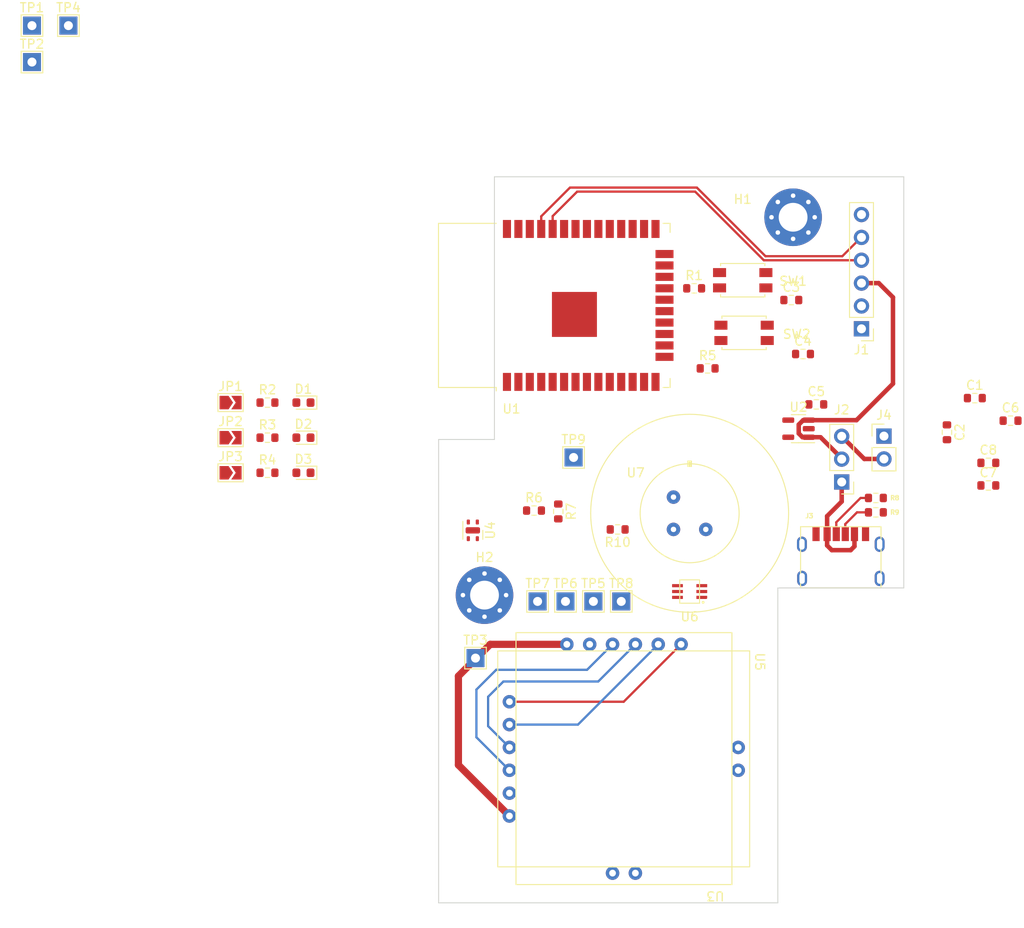
<source format=kicad_pcb>
(kicad_pcb (version 20211014) (generator pcbnew)
  (layers (0 "F.Cu" signal) (31 "B.Cu" signal) (34 "B.Paste" user) (35 "F.Paste" user) (36 "B.SilkS" user "B.Silkscreen") (37 "F.SilkS" user "F.Silkscreen") (38 "B.Mask" user) (39 "F.Mask" user) (44 "Edge.Cuts" user))
  (net 0 "")
  (net 1 "+3.3V")
  (net 2 "GND")
  (net 3 "Net-(C3-Pad1)")
  (net 4 "Net-(C4-Pad1)")
  (net 5 "+5V")
  (net 6 "Net-(D1-Pad2)")
  (net 7 "Net-(D2-Pad2)")
  (net 8 "Net-(D3-Pad2)")
  (net 10 "Net-(J1-Pad4)")
  (net 11 "Net-(J1-Pad5)")
  (net 13 "MOTION")
  (net 14 "SDA")
  (net 15 "SCL")
  (net 16 "Net-(J2-Pad1)")
  (net 17 "LED_BUILTIN")
  (net 18 "Net-(J2-Pad3)")
  (net 28 "Net-(J3-PadA5)")
  (net 30 "Net-(J3-PadB5)")
  (net 37 "Net-(JP1-Pad2)")
  (net 39 "Net-(JP2-Pad2)")
  (net 46 "RADAR_TX")
  (net 47 "RADAR_RX")
  (net 48 "Net-(JP3-Pad2)")
  (net 49 "PRESENCE")
  (net 50 "RADAR_GPIO1")
  (footprint "My Footprints:ODFN-6" (layer "F.Cu") (at 230 105.4 180)
    (fp_text reference "U6" (at 0 -2.8 unlocked) (layer "F.SilkS"))
    (fp_text value "TSL2591")
    (fp_rect (start -1.1 -1.3) (end 1.1 1.3) (layer "F.SilkS") (width 0.12) (fill none))
    (fp_circle (center -1.5 -1.2) (end -1.4 -1.2) (layer "F.SilkS") (width 0.12) (fill solid))
    (pad "1" smd roundrect (at -1.35 -0.65 180) (size 1.2 0.35) (layers "F.Cu" "F.Paste" "F.Mask") (roundrect_rratio 0) (chamfer_ratio 0.2) (chamfer top_left) (net 15 "SCL"))
    (pad "2" smd rect (at -1.35 0 180) (size 1.2 0.35) (layers "F.Cu" "F.Paste" "F.Mask"))
    (pad "3" smd rect (at -1.35 0.65 180) (size 1.2 0.35) (layers "F.Cu" "F.Paste" "F.Mask") (net 2 "GND"))
    (pad "4" smd rect (at 1.35 0.65 180) (size 1.2 0.35) (layers "F.Cu" "F.Paste" "F.Mask"))
    (pad "5" smd rect (at 1.35 0 180) (size 1.2 0.35) (layers "F.Cu" "F.Paste" "F.Mask") (net 1 "+3.3V"))
    (pad "6" smd rect (at 1.35 -0.65 180) (size 1.2 0.35) (layers "F.Cu" "F.Paste" "F.Mask") (net 14 "SDA"))
  )
  (footprint "Resistor_SMD:R_0603_1608Metric" (layer "F.Cu") (at 212.7 96.4)
    (fp_text reference "R6" (at 0 -1.43) (layer "F.SilkS"))
    (fp_text value "2k2")
    (fp_line (start -0.237258 0.5225) (end 0.237258 0.5225) (layer "F.SilkS") (width 0.12))
    (fp_line (start -0.237258 -0.5225) (end 0.237258 -0.5225) (layer "F.SilkS") (width 0.12))
    (pad "1" smd roundrect (at -0.825 0) (size 0.8 0.95) (layers "F.Cu" "F.Paste" "F.Mask") (net 1 "+3.3V"))
    (pad "2" smd roundrect (at 0.825 0) (size 0.8 0.95) (layers "F.Cu" "F.Paste" "F.Mask") (net 14 "SDA"))
  )
  (footprint "Resistor_SMD:R_0603_1608Metric" (layer "F.Cu") (at 263.2 93.61)
    (fp_text reference "C7" (at 0 -1.43) (layer "F.SilkS"))
    (fp_text value "1u")
    (fp_line (start -0.237258 0.5225) (end 0.237258 0.5225) (layer "F.SilkS") (width 0.12))
    (fp_line (start -0.237258 -0.5225) (end 0.237258 -0.5225) (layer "F.SilkS") (width 0.12))
    (pad "1" smd roundrect (at -0.825 0) (size 0.8 0.95) (layers "F.Cu" "F.Paste" "F.Mask") (net 1 "+3.3V"))
    (pad "2" smd roundrect (at 0.825 0) (size 0.8 0.95) (layers "F.Cu" "F.Paste" "F.Mask") (net 2 "GND"))
  )
  (footprint "My Footprints:SEN0395" (layer "F.Cu") (at 222.7 124 180)
    (fp_text reference "U3" (at -10.16 -15.24 180 unlocked) (layer "F.SilkS"))
    (fp_text value "SEN0395")
    (fp_rect (start -12 -13.97) (end 12 14.03) (layer "F.SilkS") (width 0.12) (fill none))
    (pad "1" thru_hole circle (at -6.35 12.73 180) (size 1.5 1.5) (drill 0.75) (layers *.Cu *.Mask) (net 46 "RADAR_TX"))
    (pad "2" thru_hole circle (at -3.81 12.73 180) (size 1.5 1.5) (drill 0.75) (layers *.Cu *.Mask) (net 47 "RADAR_RX"))
    (pad "3" thru_hole circle (at -1.27 12.73 180) (size 1.5 1.5) (drill 0.75) (layers *.Cu *.Mask) (net 50 "RADAR_GPIO1"))
    (pad "4" thru_hole circle (at 1.27 12.73 180) (size 1.5 1.5) (drill 0.75) (layers *.Cu *.Mask) (net 49 "PRESENCE"))
    (pad "5" thru_hole circle (at 3.81 12.73 180) (size 1.5 1.5) (drill 0.75) (layers *.Cu *.Mask) (net 2 "GND"))
    (pad "6" thru_hole circle (at 6.35 12.73 180) (size 1.5 1.5) (drill 0.75) (layers *.Cu *.Mask) (net 5 "+5V"))
    (pad "7" thru_hole circle (at 1.27 -12.7 180) (size 1.5 1.5) (drill 0.75) (layers *.Cu *.Mask))
    (pad "8" thru_hole circle (at -1.27 -12.7 180) (size 1.5 1.5) (drill 0.75) (layers *.Cu *.Mask))
  )
  (footprint "Connector_PinHeader_2.54mm:PinHeader_1x03_P2.54mm_Vertical" (layer "F.Cu") (at 246.9 93.225 180)
    (fp_text reference "J2" (at 0 8.025) (layer "F.SilkS"))
    (fp_text value "Conn_01x03")
    (fp_line (start -1.33 0) (end -1.33 -1.33) (layer "F.SilkS") (width 0.12))
    (fp_line (start -1.33 1.27) (end 1.33 1.27) (layer "F.SilkS") (width 0.12))
    (fp_line (start -1.33 1.27) (end -1.33 6.41) (layer "F.SilkS") (width 0.12))
    (fp_line (start -1.33 -1.33) (end 0 -1.33) (layer "F.SilkS") (width 0.12))
    (fp_line (start 1.33 1.27) (end 1.33 6.41) (layer "F.SilkS") (width 0.12))
    (fp_line (start -1.33 6.41) (end 1.33 6.41) (layer "F.SilkS") (width 0.12))
    (pad "1" thru_hole rect (at 0 0 180) (size 1.7 1.7) (drill 1) (layers *.Cu *.Mask) (net 16 "Net-(J2-Pad1)"))
    (pad "2" thru_hole oval (at 0 2.54 180) (size 1.7 1.7) (drill 1) (layers *.Cu *.Mask) (net 5 "+5V"))
    (pad "3" thru_hole oval (at 0 5.08 180) (size 1.7 1.7) (drill 1) (layers *.Cu *.Mask) (net 18 "Net-(J2-Pad3)"))
  )
  (footprint "Button_Switch_SMD:SW_SPST_EVQP2" (layer "F.Cu") (at 236.05 76.65 180)
    (fp_text reference "SW2" (at -5.85 -0.15) (layer "F.SilkS"))
    (fp_text value "SW_Push")
    (fp_line (start -2.46 -1.86) (end -2.46 -1.61) (layer "F.SilkS") (width 0.12))
    (fp_line (start -2.46 1.61) (end -2.46 1.86) (layer "F.SilkS") (width 0.12))
    (fp_line (start 2.46 -1.86) (end 2.46 -1.61) (layer "F.SilkS") (width 0.12))
    (fp_line (start 2.46 -1.86) (end -2.46 -1.86) (layer "F.SilkS") (width 0.12))
    (fp_line (start -2.46 1.86) (end 2.46 1.86) (layer "F.SilkS") (width 0.12))
    (fp_line (start 2.46 1.61) (end 2.46 1.86) (layer "F.SilkS") (width 0.12))
    (pad "1" smd rect (at -2.575 -0.85 180) (size 1.45 1) (layers "F.Cu" "F.Paste" "F.Mask") (net 4 "Net-(C4-Pad1)"))
    (pad "1" smd rect (at 2.575 -0.85 180) (size 1.45 1) (layers "F.Cu" "F.Paste" "F.Mask") (net 4 "Net-(C4-Pad1)"))
    (pad "2" smd rect (at 2.575 0.85 180) (size 1.45 1) (layers "F.Cu" "F.Paste" "F.Mask") (net 2 "GND"))
    (pad "2" smd rect (at -2.575 0.85 180) (size 1.45 1) (layers "F.Cu" "F.Paste" "F.Mask") (net 2 "GND"))
  )
  (footprint "TestPoint:TestPoint_THTPad_2.0x2.0mm_Drill1.0mm" (layer "F.Cu") (at 206.2 112.8)
    (fp_text reference "TP3" (at 0 -1.998) (layer "F.SilkS"))
    (fp_text value "TestPoint")
    (fp_line (start 1.2 -1.2) (end 1.2 1.2) (layer "F.SilkS") (width 0.12))
    (fp_line (start 1.2 1.2) (end -1.2 1.2) (layer "F.SilkS") (width 0.12))
    (fp_line (start -1.2 -1.2) (end 1.2 -1.2) (layer "F.SilkS") (width 0.12))
    (fp_line (start -1.2 1.2) (end -1.2 -1.2) (layer "F.SilkS") (width 0.12))
    (pad "1" thru_hole rect (at 0 0) (size 2 2) (drill 1) (layers *.Cu *.Mask) (net 5 "+5V"))
  )
  (footprint "Resistor_SMD:R_0603_1608Metric" (layer "F.Cu") (at 183.075 84.4)
    (fp_text reference "R2" (at 0 -1.43) (layer "F.SilkS"))
    (fp_text value "10k")
    (fp_line (start -0.237258 0.5225) (end 0.237258 0.5225) (layer "F.SilkS") (width 0.12))
    (fp_line (start -0.237258 -0.5225) (end 0.237258 -0.5225) (layer "F.SilkS") (width 0.12))
    (pad "1" smd roundrect (at -0.825 0) (size 0.8 0.95) (layers "F.Cu" "F.Paste" "F.Mask") (net 37 "Net-(JP1-Pad2)"))
    (pad "2" smd roundrect (at 0.825 0) (size 0.8 0.95) (layers "F.Cu" "F.Paste" "F.Mask") (net 6 "Net-(D1-Pad2)"))
  )
  (footprint "Resistor_SMD:R_0603_1608Metric" (layer "F.Cu") (at 263.2 91.1)
    (fp_text reference "C8" (at 0 -1.43) (layer "F.SilkS"))
    (fp_text value "1u")
    (fp_line (start -0.237258 0.5225) (end 0.237258 0.5225) (layer "F.SilkS") (width 0.12))
    (fp_line (start -0.237258 -0.5225) (end 0.237258 -0.5225) (layer "F.SilkS") (width 0.12))
    (pad "1" smd roundrect (at -0.825 0) (size 0.8 0.95) (layers "F.Cu" "F.Paste" "F.Mask") (net 1 "+3.3V"))
    (pad "2" smd roundrect (at 0.825 0) (size 0.8 0.95) (layers "F.Cu" "F.Paste" "F.Mask") (net 2 "GND"))
  )
  (footprint "Jumper:SolderJumper-2_P1.3mm_Open_TrianglePad1.0x1.5mm" (layer "F.Cu") (at 178.975 88.3)
    (fp_text reference "JP2" (at 0 -1.8) (layer "F.SilkS"))
    (fp_text value "OpenJumper")
    (fp_line (start 1.4 -1) (end 1.4 1) (layer "F.SilkS") (width 0.12))
    (fp_line (start -1.4 1) (end -1.4 -1) (layer "F.SilkS") (width 0.12))
    (fp_line (start -1.4 -1) (end 1.4 -1) (layer "F.SilkS") (width 0.12))
    (fp_line (start 1.4 1) (end -1.4 1) (layer "F.SilkS") (width 0.12))
    (pad "1" smd custom (at -0.725 0) (size 0.3 0.3) (layers "F.Cu" "F.Mask") (net 5 "+5V") (options (clearance outline) (anchor rect)) (primitives (gr_poly (pts (xy 1 0) (xy 0.5 0.75) (xy -0.5 0.75) (xy -0.5 -0.75) (xy 0.5 -0.75)) (width 0) (fill yes))))
    (pad "2" smd custom (at 0.725 0) (size 0.3 0.3) (layers "F.Cu" "F.Mask") (net 39 "Net-(JP2-Pad2)") (options (clearance outline) (anchor rect)) (primitives (gr_poly (pts (xy 0.5 0.75) (xy -0.65 0.75) (xy -0.15 0) (xy -0.65 -0.75) (xy 0.5 -0.75)) (width 0) (fill yes))))
  )
  (footprint "Resistor_SMD:R_0603_1608Metric" (layer "F.Cu") (at 222 98.5 180)
    (fp_text reference "R10" (at 0 -1.43) (layer "F.SilkS"))
    (fp_text value "10K")
    (fp_line (start -0.237258 -0.5225) (end 0.237258 -0.5225) (layer "F.SilkS") (width 0.12))
    (fp_line (start -0.237258 0.5225) (end 0.237258 0.5225) (layer "F.SilkS") (width 0.12))
    (pad "1" smd roundrect (at -0.825 0 180) (size 0.8 0.95) (layers "F.Cu" "F.Paste" "F.Mask") (net 13 "MOTION"))
    (pad "2" smd roundrect (at 0.825 0 180) (size 0.8 0.95) (layers "F.Cu" "F.Paste" "F.Mask") (net 2 "GND"))
  )
  (footprint "Resistor_SMD:R_0603_1608Metric" (layer "F.Cu") (at 241.3 73)
    (fp_text reference "C3" (at 0 -1.43) (layer "F.SilkS"))
    (fp_text value "1u")
    (fp_line (start -0.237258 0.5225) (end 0.237258 0.5225) (layer "F.SilkS") (width 0.12))
    (fp_line (start -0.237258 -0.5225) (end 0.237258 -0.5225) (layer "F.SilkS") (width 0.12))
    (pad "1" smd roundrect (at -0.825 0) (size 0.8 0.95) (layers "F.Cu" "F.Paste" "F.Mask") (net 3 "Net-(C3-Pad1)"))
    (pad "2" smd roundrect (at 0.825 0) (size 0.8 0.95) (layers "F.Cu" "F.Paste" "F.Mask") (net 2 "GND"))
  )
  (footprint "TestPoint:TestPoint_THTPad_2.0x2.0mm_Drill1.0mm" (layer "F.Cu") (at 160.95 42.5)
    (fp_text reference "TP4" (at 0 -1.998) (layer "F.SilkS"))
    (fp_text value "TestPoint")
    (fp_line (start -1.2 -1.2) (end 1.2 -1.2) (layer "F.SilkS") (width 0.12))
    (fp_line (start -1.2 1.2) (end -1.2 -1.2) (layer "F.SilkS") (width 0.12))
    (fp_line (start 1.2 -1.2) (end 1.2 1.2) (layer "F.SilkS") (width 0.12))
    (fp_line (start 1.2 1.2) (end -1.2 1.2) (layer "F.SilkS") (width 0.12))
    (pad "1" thru_hole rect (at 0 0) (size 2 2) (drill 1) (layers *.Cu *.Mask) (net 1 "+3.3V"))
  )
  (footprint "Resistor_SMD:R_0603_1608Metric" (layer "F.Cu") (at 244.075 84.6)
    (fp_text reference "C5" (at 0 -1.43) (layer "F.SilkS"))
    (fp_text value "1u")
    (fp_line (start -0.237258 -0.5225) (end 0.237258 -0.5225) (layer "F.SilkS") (width 0.12))
    (fp_line (start -0.237258 0.5225) (end 0.237258 0.5225) (layer "F.SilkS") (width 0.12))
    (pad "1" smd roundrect (at -0.825 0) (size 0.8 0.95) (layers "F.Cu" "F.Paste" "F.Mask") (net 5 "+5V"))
    (pad "2" smd roundrect (at 0.825 0) (size 0.8 0.95) (layers "F.Cu" "F.Paste" "F.Mask") (net 2 "GND"))
  )
  (footprint "Resistor_SMD:R_0603_1608Metric" (layer "F.Cu") (at 230.5 71.7)
    (fp_text reference "R1" (at 0 -1.43) (layer "F.SilkS"))
    (fp_text value "10k")
    (fp_line (start -0.237258 -0.5225) (end 0.237258 -0.5225) (layer "F.SilkS") (width 0.12))
    (fp_line (start -0.237258 0.5225) (end 0.237258 0.5225) (layer "F.SilkS") (width 0.12))
    (pad "1" smd roundrect (at -0.825 0) (size 0.8 0.95) (layers "F.Cu" "F.Paste" "F.Mask") (net 1 "+3.3V"))
    (pad "2" smd roundrect (at 0.825 0) (size 0.8 0.95) (layers "F.Cu" "F.Paste" "F.Mask") (net 3 "Net-(C3-Pad1)"))
  )
  (footprint "MountingHole:MountingHole_3.2mm_M3_Pad_Via" (layer "F.Cu") (at 241.5 63.8)
    (fp_text reference "H1" (at -5.6 -2) (layer "F.SilkS"))
    (fp_text value "MountingHole")
    (pad "1" thru_hole circle (at 0 0) (size 6.4 6.4) (drill 3.2) (layers *.Cu *.Mask))
    (pad "1" thru_hole circle (at 0 -2.4) (size 0.8 0.8) (drill 0.5) (layers *.Cu *.Mask))
    (pad "1" thru_hole circle (at 1.697056 1.697056) (size 0.8 0.8) (drill 0.5) (layers *.Cu *.Mask))
    (pad "1" thru_hole circle (at 2.4 0) (size 0.8 0.8) (drill 0.5) (layers *.Cu *.Mask))
    (pad "1" thru_hole circle (at -2.4 0) (size 0.8 0.8) (drill 0.5) (layers *.Cu *.Mask))
    (pad "1" thru_hole circle (at 0 2.4) (size 0.8 0.8) (drill 0.5) (layers *.Cu *.Mask))
    (pad "1" thru_hole circle (at -1.697056 1.697056) (size 0.8 0.8) (drill 0.5) (layers *.Cu *.Mask))
    (pad "1" thru_hole circle (at 1.697056 -1.697056) (size 0.8 0.8) (drill 0.5) (layers *.Cu *.Mask))
    (pad "1" thru_hole circle (at -1.697056 -1.697056) (size 0.8 0.8) (drill 0.5) (layers *.Cu *.Mask))
  )
  (footprint "My Footprints:USB_C_Power" (layer "F.Cu") (at 246.8 98.195)
    (fp_text reference "J3" (at -3.5 -1.195 unlocked) (layer "F.SilkS") (effects (font (size 0.5 0.5) (thickness 0.125))))
    (fp_text value "USB_C_Receptacle_Power")
    (fp_rect (start -4.47 0) (end 4.47 6.8) (layer "F.SilkS") (width 0.12) (fill none))
    (pad "A5" smd rect locked (at 0.5 0.8) (size 0.8 1.6) (layers "F.Cu" "F.Paste" "F.Mask") (net 28 "Net-(J3-PadA5)"))
    (pad "A9" smd rect locked (at 1.52 0.8) (size 0.8 1.6) (layers "F.Cu" "F.Paste" "F.Mask") (net 16 "Net-(J2-Pad1)"))
    (pad "A12" smd rect locked (at 2.75 0.8) (size 0.8 1.6) (layers "F.Cu" "F.Paste" "F.Mask") (net 2 "GND"))
    (pad "B5" smd rect locked (at -0.5 0.8) (size 0.8 1.6) (layers "F.Cu" "F.Paste" "F.Mask") (net 30 "Net-(J3-PadB5)"))
    (pad "B9" smd rect locked (at -1.52 0.8) (size 0.8 1.6) (layers "F.Cu" "F.Paste" "F.Mask") (net 16 "Net-(J2-Pad1)"))
    (pad "B12" smd rect locked (at -2.75 0.8) (size 0.8 1.6) (layers "F.Cu" "F.Paste" "F.Mask") (net 2 "GND"))
    (pad "SHLD" thru_hole oval locked (at -4.3 5.75) (size 1.1 1.7) (drill oval 0.6 1.2) (layers *.Cu *.Mask) (net 2 "GND"))
    (pad "SHLD" thru_hole oval locked (at -4.32 1.95) (size 1.1 1.7) (drill oval 0.6 1.2) (layers *.Cu *.Mask) (net 2 "GND"))
    (pad "SHLD" thru_hole oval locked (at 4.32 5.75) (size 1.1 1.7) (drill oval 0.6 1.2) (layers *.Cu *.Mask) (net 2 "GND"))
    (pad "SHLD" thru_hole oval locked (at 4.32 1.95) (size 1.1 1.7) (drill oval 0.6 1.2) (layers *.Cu *.Mask) (net 2 "GND"))
  )
  (footprint "Resistor_SMD:R_0603_1608Metric" (layer "F.Cu") (at 183.075 92.2)
    (fp_text reference "R4" (at 0 -1.43) (layer "F.SilkS"))
    (fp_text value "10k")
    (fp_line (start -0.237258 0.5225) (end 0.237258 0.5225) (layer "F.SilkS") (width 0.12))
    (fp_line (start -0.237258 -0.5225) (end 0.237258 -0.5225) (layer "F.SilkS") (width 0.12))
    (pad "1" smd roundrect (at -0.825 0) (size 0.8 0.95) (layers "F.Cu" "F.Paste" "F.Mask") (net 48 "Net-(JP3-Pad2)"))
    (pad "2" smd roundrect (at 0.825 0) (size 0.8 0.95) (layers "F.Cu" "F.Paste" "F.Mask") (net 8 "Net-(D3-Pad2)"))
  )
  (footprint "Resistor_SMD:R_0603_1608Metric" (layer "F.Cu") (at 232 80.6)
    (fp_text reference "R5" (at 0 -1.43) (layer "F.SilkS"))
    (fp_text value "10k")
    (fp_line (start -0.237258 -0.5225) (end 0.237258 -0.5225) (layer "F.SilkS") (width 0.12))
    (fp_line (start -0.237258 0.5225) (end 0.237258 0.5225) (layer "F.SilkS") (width 0.12))
    (pad "1" smd roundrect (at -0.825 0) (size 0.8 0.95) (layers "F.Cu" "F.Paste" "F.Mask") (net 1 "+3.3V"))
    (pad "2" smd roundrect (at 0.825 0) (size 0.8 0.95) (layers "F.Cu" "F.Paste" "F.Mask") (net 4 "Net-(C4-Pad1)"))
  )
  (footprint "Connector_PinHeader_2.54mm:PinHeader_1x06_P2.54mm_Vertical" (layer "F.Cu") (at 249.1 76.2 180)
    (fp_text reference "J1" (at 0 -2.33) (layer "F.SilkS"))
    (fp_text value "Conn_01x06")
    (fp_line (start -1.33 1.27) (end 1.33 1.27) (layer "F.SilkS") (width 0.12))
    (fp_line (start -1.33 -1.33) (end 0 -1.33) (layer "F.SilkS") (width 0.12))
    (fp_line (start -1.33 1.27) (end -1.33 14.03) (layer "F.SilkS") (width 0.12))
    (fp_line (start -1.33 0) (end -1.33 -1.33) (layer "F.SilkS") (width 0.12))
    (fp_line (start -1.33 14.03) (end 1.33 14.03) (layer "F.SilkS") (width 0.12))
    (fp_line (start 1.33 1.27) (end 1.33 14.03) (layer "F.SilkS") (width 0.12))
    (pad "1" thru_hole rect (at 0 0 180) (size 1.7 1.7) (drill 1) (layers *.Cu *.Mask) (net 2 "GND"))
    (pad "2" thru_hole oval (at 0 2.54 180) (size 1.7 1.7) (drill 1) (layers *.Cu *.Mask))
    (pad "3" thru_hole oval (at 0 5.08 180) (size 1.7 1.7) (drill 1) (layers *.Cu *.Mask) (net 5 "+5V"))
    (pad "4" thru_hole oval (at 0 7.62 180) (size 1.7 1.7) (drill 1) (layers *.Cu *.Mask) (net 10 "Net-(J1-Pad4)"))
    (pad "5" thru_hole oval (at 0 10.16 180) (size 1.7 1.7) (drill 1) (layers *.Cu *.Mask) (net 11 "Net-(J1-Pad5)"))
    (pad "6" thru_hole oval (at 0 12.7 180) (size 1.7 1.7) (drill 1) (layers *.Cu *.Mask))
  )
  (footprint "MountingHole:MountingHole_3.2mm_M3_Pad_Via" (layer "F.Cu") (at 207.2 105.8)
    (fp_text reference "H2" (at 0 -4.2) (layer "F.SilkS"))
    (fp_text value "MountingHole")
    (pad "1" thru_hole circle (at 0 2.4) (size 0.8 0.8) (drill 0.5) (layers *.Cu *.Mask))
    (pad "1" thru_hole circle (at 2.4 0) (size 0.8 0.8) (drill 0.5) (layers *.Cu *.Mask))
    (pad "1" thru_hole circle (at 0 -2.4) (size 0.8 0.8) (drill 0.5) (layers *.Cu *.Mask))
    (pad "1" thru_hole circle (at -1.697056 -1.697056) (size 0.8 0.8) (drill 0.5) (layers *.Cu *.Mask))
    (pad "1" thru_hole circle (at -1.697056 1.697056) (size 0.8 0.8) (drill 0.5) (layers *.Cu *.Mask))
    (pad "1" thru_hole circle (at 1.697056 -1.697056) (size 0.8 0.8) (drill 0.5) (layers *.Cu *.Mask))
    (pad "1" thru_hole circle (at 0 0) (size 6.4 6.4) (drill 3.2) (layers *.Cu *.Mask))
    (pad "1" thru_hole circle (at 1.697056 1.697056) (size 0.8 0.8) (drill 0.5) (layers *.Cu *.Mask))
    (pad "1" thru_hole circle (at -2.4 0) (size 0.8 0.8) (drill 0.5) (layers *.Cu *.Mask))
  )
  (footprint "Jumper:SolderJumper-2_P1.3mm_Open_TrianglePad1.0x1.5mm" (layer "F.Cu") (at 178.975 84.4)
    (fp_text reference "JP1" (at 0 -1.8) (layer "F.SilkS"))
    (fp_text value "OpenJumper")
    (fp_line (start 1.4 1) (end -1.4 1) (layer "F.SilkS") (width 0.12))
    (fp_line (start -1.4 -1) (end 1.4 -1) (layer "F.SilkS") (width 0.12))
    (fp_line (start 1.4 -1) (end 1.4 1) (layer "F.SilkS") (width 0.12))
    (fp_line (start -1.4 1) (end -1.4 -1) (layer "F.SilkS") (width 0.12))
    (pad "1" smd custom (at -0.725 0) (size 0.3 0.3) (layers "F.Cu" "F.Mask") (net 1 "+3.3V") (options (clearance outline) (anchor rect)) (primitives (gr_poly (pts (xy 1 0) (xy 0.5 0.75) (xy -0.5 0.75) (xy -0.5 -0.75) (xy 0.5 -0.75)) (width 0) (fill yes))))
    (pad "2" smd custom (at 0.725 0) (size 0.3 0.3) (layers "F.Cu" "F.Mask") (net 37 "Net-(JP1-Pad2)") (options (clearance outline) (anchor rect)) (primitives (gr_poly (pts (xy 0.5 0.75) (xy -0.65 0.75) (xy -0.15 0) (xy -0.65 -0.75) (xy 0.5 -0.75)) (width 0) (fill yes))))
  )
  (footprint "Resistor_SMD:R_0603_1608Metric" (layer "F.Cu") (at 242.6 79)
    (fp_text reference "C4" (at 0 -1.43) (layer "F.SilkS"))
    (fp_text value "1u")
    (fp_line (start -0.237258 -0.5225) (end 0.237258 -0.5225) (layer "F.SilkS") (width 0.12))
    (fp_line (start -0.237258 0.5225) (end 0.237258 0.5225) (layer "F.SilkS") (width 0.12))
    (pad "1" smd roundrect (at -0.825 0) (size 0.8 0.95) (layers "F.Cu" "F.Paste" "F.Mask") (net 4 "Net-(C4-Pad1)"))
    (pad "2" smd roundrect (at 0.825 0) (size 0.8 0.95) (layers "F.Cu" "F.Paste" "F.Mask") (net 2 "GND"))
  )
  (footprint "Package_TO_SOT_SMD:SOT-23-5" (layer "F.Cu") (at 242.1 87.3 180)
    (fp_text reference "U2" (at 0 2.4) (layer "F.SilkS"))
    (fp_text value "TLV75533PDBV")
    (fp_line (start 0 -1.56) (end -1.8 -1.56) (layer "F.SilkS") (width 0.12))
    (fp_line (start 0 1.56) (end 0.8 1.56) (layer "F.SilkS") (width 0.12))
    (fp_line (start 0 1.56) (end -0.8 1.56) (layer "F.SilkS") (width 0.12))
    (fp_line (start 0 -1.56) (end 0.8 -1.56) (layer "F.SilkS") (width 0.12))
    (pad "1" smd roundrect (at -1.1375 -0.95 180) (size 1.325 0.6) (layers "F.Cu" "F.Paste" "F.Mask") (net 5 "+5V"))
    (pad "2" smd roundrect (at -1.1375 0 180) (size 1.325 0.6) (layers "F.Cu" "F.Paste" "F.Mask") (net 2 "GND"))
    (pad "3" smd roundrect (at -1.1375 0.95 180) (size 1.325 0.6) (layers "F.Cu" "F.Paste" "F.Mask") (net 5 "+5V"))
    (pad "4" smd roundrect (at 1.1375 0.95 180) (size 1.325 0.6) (layers "F.Cu" "F.Paste" "F.Mask"))
    (pad "5" smd roundrect (at 1.1375 -0.95 180) (size 1.325 0.6) (layers "F.Cu" "F.Paste" "F.Mask") (net 1 "+3.3V"))
  )
  (footprint "Resistor_SMD:R_0603_1608Metric" (layer "F.Cu") (at 215.4 96.5 -90)
    (fp_text reference "R7" (at 0 -1.43 90) (layer "F.SilkS"))
    (fp_text value "2k2")
    (fp_line (start -0.237258 0.5225) (end 0.237258 0.5225) (layer "F.SilkS") (width 0.12))
    (fp_line (start -0.237258 -0.5225) (end 0.237258 -0.5225) (layer "F.SilkS") (width 0.12))
    (pad "1" smd roundrect (at -0.825 0 270) (size 0.8 0.95) (layers "F.Cu" "F.Paste" "F.Mask") (net 1 "+3.3V"))
    (pad "2" smd roundrect (at 0.825 0 270) (size 0.8 0.95) (layers "F.Cu" "F.Paste" "F.Mask") (net 15 "SCL"))
  )
  (footprint "Resistor_SMD:R_0603_1608Metric" (layer "F.Cu") (at 250.7 95)
    (fp_text reference "R8" (at 2.1 0) (layer "F.SilkS") (effects (font (size 0.5 0.5) (thickness 0.125))))
    (fp_text value "5k1")
    (fp_line (start -0.237258 -0.5225) (end 0.237258 -0.5225) (layer "F.SilkS") (width 0.12))
    (fp_line (start -0.237258 0.5225) (end 0.237258 0.5225) (layer "F.SilkS") (width 0.12))
    (pad "1" smd roundrect (at -0.825 0) (size 0.8 0.95) (layers "F.Cu" "F.Paste" "F.Mask") (net 30 "Net-(J3-PadB5)"))
    (pad "2" smd roundrect (at 0.825 0) (size 0.8 0.95) (layers "F.Cu" "F.Paste" "F.Mask") (net 2 "GND"))
  )
  (footprint "My Footprints:EKMxxxxxxxxx" (layer "F.Cu") (at 230 96.7)
    (fp_text reference "U7" (at -6 -4.5 unlocked) (layer "F.SilkS"))
    (fp_text value "EKMC1603113")
    (fp_rect (start -0.2 -5.8) (end 0.2 -5.2) (layer "F.SilkS") (width 0.12) (fill solid))
    (fp_circle (center 0 0) (end 11 0.1) (layer "F.SilkS") (width 0.12) (fill none))
    (fp_circle (center 0 0) (end 5.5 0) (layer "F.SilkS") (width 0.12) (fill none))
    (pad "1" thru_hole circle (at 1.796 1.796) (size 1.5 1.5) (drill 0.6) (layers *.Cu *.Mask) (net 2 "GND"))
    (pad "2" thru_hole circle (at -1.796 1.796) (size 1.5 1.5) (drill 0.6) (layers *.Cu *.Mask) (net 13 "MOTION"))
    (pad "3" thru_hole circle (at -1.796 -1.796) (size 1.5 1.5) (drill 0.6) (layers *.Cu *.Mask) (net 1 "+3.3V"))
  )
  (footprint "Resistor_SMD:R_0603_1608Metric" (layer "F.Cu") (at 258.6 87.7 -90)
    (fp_text reference "C2" (at 0 -1.43 90) (layer "F.SilkS"))
    (fp_text value "0u1")
    (fp_line (start -0.237258 -0.5225) (end 0.237258 -0.5225) (layer "F.SilkS") (width 0.12))
    (fp_line (start -0.237258 0.5225) (end 0.237258 0.5225) (layer "F.SilkS") (width 0.12))
    (pad "1" smd roundrect (at -0.825 0 270) (size 0.8 0.95) (layers "F.Cu" "F.Paste" "F.Mask") (net 1 "+3.3V"))
    (pad "2" smd roundrect (at 0.825 0 270) (size 0.8 0.95) (layers "F.Cu" "F.Paste" "F.Mask") (net 2 "GND"))
  )
  (footprint "Button_Switch_SMD:SW_SPST_EVQP2" (layer "F.Cu") (at 235.9 70.8 180)
    (fp_text reference "SW1" (at -5.6 -0.1) (layer "F.SilkS"))
    (fp_text value "SW_Push")
    (fp_line (start 2.46 -1.86) (end 2.46 -1.61) (layer "F.SilkS") (width 0.12))
    (fp_line (start 2.46 -1.86) (end -2.46 -1.86) (layer "F.SilkS") (width 0.12))
    (fp_line (start -2.46 1.61) (end -2.46 1.86) (layer "F.SilkS") (width 0.12))
    (fp_line (start -2.46 -1.86) (end -2.46 -1.61) (layer "F.SilkS") (width 0.12))
    (fp_line (start 2.46 1.61) (end 2.46 1.86) (layer "F.SilkS") (width 0.12))
    (fp_line (start -2.46 1.86) (end 2.46 1.86) (layer "F.SilkS") (width 0.12))
    (pad "1" smd rect (at 2.575 -0.85 180) (size 1.45 1) (layers "F.Cu" "F.Paste" "F.Mask") (net 3 "Net-(C3-Pad1)"))
    (pad "1" smd rect (at -2.575 -0.85 180) (size 1.45 1) (layers "F.Cu" "F.Paste" "F.Mask") (net 3 "Net-(C3-Pad1)"))
    (pad "2" smd rect (at 2.575 0.85 180) (size 1.45 1) (layers "F.Cu" "F.Paste" "F.Mask") (net 2 "GND"))
    (pad "2" smd rect (at -2.575 0.85 180) (size 1.45 1) (layers "F.Cu" "F.Paste" "F.Mask") (net 2 "GND"))
  )
  (footprint "TestPoint:TestPoint_THTPad_2.0x2.0mm_Drill1.0mm" (layer "F.Cu") (at 217.1 90.5)
    (fp_text reference "TP9" (at 0 -1.998) (layer "F.SilkS"))
    (fp_text value "TestPoint")
    (fp_line (start 1.2 1.2) (end -1.2 1.2) (layer "F.SilkS") (width 0.12))
    (fp_line (start 1.2 -1.2) (end 1.2 1.2) (layer "F.SilkS") (width 0.12))
    (fp_line (start -1.2 -1.2) (end 1.2 -1.2) (layer "F.SilkS") (width 0.12))
    (fp_line (start -1.2 1.2) (end -1.2 -1.2) (layer "F.SilkS") (width 0.12))
    (pad "1" thru_hole rect (at 0 0) (size 2 2) (drill 1) (layers *.Cu *.Mask) (net 13 "MOTION"))
  )
  (footprint "RF_Module:ESP32-WROOM-32" (layer "F.Cu") (at 217.95 73.6 90)
    (fp_text reference "U1" (at -11.5 -7.75) (layer "F.SilkS"))
    (fp_text value "ESP32-WROOM-32")
    (fp_line (start -9.12 -15.865) (end 9.12 -15.865) (layer "F.SilkS") (width 0.12))
    (fp_line (start 9.12 9.88) (end 8.12 9.88) (layer "F.SilkS") (width 0.12))
    (fp_line (start -9.12 9.1) (end -9.12 9.88) (layer "F.SilkS") (width 0.12))
    (fp_line (start -9.12 9.88) (end -8.12 9.88) (layer "F.SilkS") (width 0.12))
    (fp_line (start -9.12 -9.445) (end -9.5 -9.445) (layer "F.SilkS") (width 0.12))
    (fp_line (start -9.12 -15.865) (end -9.12 -9.445) (layer "F.SilkS") (width 0.12))
    (fp_line (start 9.12 -15.865) (end 9.12 -9.445) (layer "F.SilkS") (width 0.12))
    (fp_line (start 9.12 9.1) (end 9.12 9.88) (layer "F.SilkS") (width 0.12))
    (pad "1" smd rect (at -8.5 -8.255 90) (size 2 0.9) (layers "F.Cu" "F.Paste" "F.Mask") (net 2 "GND"))
    (pad "2" smd rect (at -8.5 -6.985 90) (size 2 0.9) (layers "F.Cu" "F.Paste" "F.Mask") (net 1 "+3.3V"))
    (pad "3" smd rect (at -8.5 -5.715 90) (size 2 0.9) (layers "F.Cu" "F.Paste" "F.Mask") (net 4 "Net-(C4-Pad1)"))
    (pad "4" smd rect (at -8.5 -4.445 90) (size 2 0.9) (layers "F.Cu" "F.Paste" "F.Mask"))
    (pad "5" smd rect (at -8.5 -3.175 90) (size 2 0.9) (layers "F.Cu" "F.Paste" "F.Mask"))
    (pad "6" smd rect (at -8.5 -1.905 90) (size 2 0.9) (layers "F.Cu" "F.Paste" "F.Mask"))
    (pad "7" smd rect (at -8.5 -0.635 90) (size 2 0.9) (layers "F.Cu" "F.Paste" "F.Mask"))
    (pad "8" smd rect (at -8.5 0.635 90) (size 2 0.9) (layers "F.Cu" "F.Paste" "F.Mask"))
    (pad "9" smd rect (at -8.5 1.905 90) (size 2 0.9) (layers "F.Cu" "F.Paste" "F.Mask"))
    (pad "10" smd rect (at -8.5 3.175 90) (size 2 0.9) (layers "F.Cu" "F.Paste" "F.Mask"))
    (pad "11" smd rect (at -8.5 4.445 90) (size 2 0.9) (layers "F.Cu" "F.Paste" "F.Mask"))
    (pad "12" smd rect (at -8.5 5.715 90) (size 2 0.9) (layers "F.Cu" "F.Paste" "F.Mask"))
    (pad "13" smd rect (at -8.5 6.985 90) (size 2 0.9) (layers "F.Cu" "F.Paste" "F.Mask") (net 46 "RADAR_TX"))
    (pad "14" smd rect (at -8.5 8.255 90) (size 2 0.9) (layers "F.Cu" "F.Paste" "F.Mask"))
    (pad "15" smd rect (at -5.715 9.255 180) (size 2 0.9) (layers "F.Cu" "F.Paste" "F.Mask") (net 2 "GND"))
    (pad "16" smd rect (at -4.445 9.255 180) (size 2 0.9) (layers "F.Cu" "F.Paste" "F.Mask") (net 47 "RADAR_RX"))
    (pad "17" smd rect (at -3.175 9.255 180) (size 2 0.9) (layers "F.Cu" "F.Paste" "F.Mask"))
    (pad "18" smd rect (at -1.905 9.255 180) (size 2 0.9) (layers "F.Cu" "F.Paste" "F.Mask"))
    (pad "19" smd rect (at -0.635 9.255 180) (size 2 0.9) (layers "F.Cu" "F.Paste" "F.Mask"))
    (pad "20" smd rect (at 0.635 9.255 180) (size 2 0.9) (layers "F.Cu" "F.Paste" "F.Mask"))
    (pad "21" smd rect (at 1.905 9.255 180) (size 2 0.9) (layers "F.Cu" "F.Paste" "F.Mask"))
    (pad "22" smd rect (at 3.175 9.255 180) (size 2 0.9) (layers "F.Cu" "F.Paste" "F.Mask"))
    (pad "23" smd rect (at 4.445 9.255 180) (size 2 0.9) (layers "F.Cu" "F.Paste" "F.Mask") (net 50 "RADAR_GPIO1"))
    (pad "24" smd rect (at 5.715 9.255 180) (size 2 0.9) (layers "F.Cu" "F.Paste" "F.Mask") (net 17 "LED_BUILTIN"))
    (pad "25" smd rect (at 8.5 8.255 90) (size 2 0.9) (layers "F.Cu" "F.Paste" "F.Mask") (net 3 "Net-(C3-Pad1)"))
    (pad "26" smd rect (at 8.5 6.985 90) (size 2 0.9) (layers "F.Cu" "F.Paste" "F.Mask"))
    (pad "27" smd rect (at 8.5 5.715 90) (size 2 0.9) (layers "F.Cu" "F.Paste" "F.Mask") (net 49 "PRESENCE"))
    (pad "28" smd rect (at 8.5 4.445 90) (size 2 0.9) (layers "F.Cu" "F.Paste" "F.Mask"))
    (pad "29" smd rect (at 8.5 3.175 90) (size 2 0.9) (layers "F.Cu" "F.Paste" "F.Mask"))
    (pad "30" smd rect (at 8.5 1.905 90) (size 2 0.9) (layers "F.Cu" "F.Paste" "F.Mask"))
    (pad "31" smd rect (at 8.5 0.635 90) (size 2 0.9) (layers "F.Cu" "F.Paste" "F.Mask"))
    (pad "32" smd rect (at 8.5 -0.635 90) (size 2 0.9) (layers "F.Cu" "F.Paste" "F.Mask"))
    (pad "33" smd rect (at 8.5 -1.905 90) (size 2 0.9) (layers "F.Cu" "F.Paste" "F.Mask") (net 14 "SDA"))
    (pad "34" smd rect (at 8.5 -3.175 90) (size 2 0.9) (layers "F.Cu" "F.Paste" "F.Mask") (net 10 "Net-(J1-Pad4)"))
    (pad "35" smd rect (at 8.5 -4.445 90) (size 2 0.9) (layers "F.Cu" "F.Paste" "F.Mask") (net 11 "Net-(J1-Pad5)"))
    (pad "36" smd rect (at 8.5 -5.715 90) (size 2 0.9) (layers "F.Cu" "F.Paste" "F.Mask") (net 15 "SCL"))
    (pad "37" smd rect (at 8.5 -6.985 90) (size 2 0.9) (layers "F.Cu" "F.Paste" "F.Mask"))
    (pad "38" smd rect (at 8.5 -8.255 90) (size 2 0.9) (layers "F.Cu" "F.Paste" "F.Mask") (net 2 "GND"))
    (pad "39" smd rect (at -1 -0.755 90) (size 5 5) (layers "F.Cu" "F.Paste" "F.Mask") (net 2 "GND"))
  )
  (footprint "Diode_SMD:D_0603_1608Metric" (layer "F.Cu") (at 187.075 92.2 180)
    (fp_text reference "D3" (at 0 1.5) (layer "F.SilkS"))
    (fp_text value "LED")
    (fp_line (start -1.485 0.735) (end 0.8 0.735) (layer "F.SilkS") (width 0.12))
    (fp_line (start 0.8 -0.735) (end -1.485 -0.735) (layer "F.SilkS") (width 0.12))
    (fp_line (start -1.485 -0.735) (end -1.485 0.735) (layer "F.SilkS") (width 0.12))
    (pad "1" smd roundrect (at -0.7875 0 180) (size 0.875 0.95) (layers "F.Cu" "F.Paste" "F.Mask") (net 2 "GND"))
    (pad "2" smd roundrect (at 0.7875 0 180) (size 0.875 0.95) (layers "F.Cu" "F.Paste" "F.Mask") (net 8 "Net-(D3-Pad2)"))
  )
  (footprint "Resistor_SMD:R_0603_1608Metric" (layer "F.Cu") (at 265.67 86.41)
    (fp_text reference "C6" (at 0 -1.43) (layer "F.SilkS"))
    (fp_text value "1u")
    (fp_line (start -0.237258 0.5225) (end 0.237258 0.5225) (layer "F.SilkS") (width 0.12))
    (fp_line (start -0.237258 -0.5225) (end 0.237258 -0.5225) (layer "F.SilkS") (width 0.12))
    (pad "1" smd roundrect (at -0.825 0) (size 0.8 0.95) (layers "F.Cu" "F.Paste" "F.Mask") (net 1 "+3.3V"))
    (pad "2" smd roundrect (at 0.825 0) (size 0.8 0.95) (layers "F.Cu" "F.Paste" "F.Mask") (net 2 "GND"))
  )
  (footprint "Diode_SMD:D_0603_1608Metric" (layer "F.Cu") (at 187.075 84.4 180)
    (fp_text reference "D1" (at 0 1.5) (layer "F.SilkS"))
    (fp_text value "LED")
    (fp_line (start 0.8 -0.735) (end -1.485 -0.735) (layer "F.SilkS") (width 0.12))
    (fp_line (start -1.485 -0.735) (end -1.485 0.735) (layer "F.SilkS") (width 0.12))
    (fp_line (start -1.485 0.735) (end 0.8 0.735) (layer "F.SilkS") (width 0.12))
    (pad "1" smd roundrect (at -0.7875 0 180) (size 0.875 0.95) (layers "F.Cu" "F.Paste" "F.Mask") (net 2 "GND"))
    (pad "2" smd roundrect (at 0.7875 0 180) (size 0.875 0.95) (layers "F.Cu" "F.Paste" "F.Mask") (net 6 "Net-(D1-Pad2)"))
  )
  (footprint "TestPoint:TestPoint_THTPad_2.0x2.0mm_Drill1.0mm" (layer "F.Cu") (at 216.2 106.5)
    (fp_text reference "TP6" (at 0 -1.998) (layer "F.SilkS"))
    (fp_text value "TestPoint")
    (fp_line (start 1.2 1.2) (end -1.2 1.2) (layer "F.SilkS") (width 0.12))
    (fp_line (start 1.2 -1.2) (end 1.2 1.2) (layer "F.SilkS") (width 0.12))
    (fp_line (start -1.2 1.2) (end -1.2 -1.2) (layer "F.SilkS") (width 0.12))
    (fp_line (start -1.2 -1.2) (end 1.2 -1.2) (layer "F.SilkS") (width 0.12))
    (pad "1" thru_hole rect (at 0 0) (size 2 2) (drill 1) (layers *.Cu *.Mask) (net 47 "RADAR_RX"))
  )
  (footprint "Resistor_SMD:R_0603_1608Metric" (layer "F.Cu") (at 183.075 88.3)
    (fp_text reference "R3" (at 0 -1.43) (layer "F.SilkS"))
    (fp_text value "10k")
    (fp_line (start -0.237258 -0.5225) (end 0.237258 -0.5225) (layer "F.SilkS") (width 0.12))
    (fp_line (start -0.237258 0.5225) (end 0.237258 0.5225) (layer "F.SilkS") (width 0.12))
    (pad "1" smd roundrect (at -0.825 0) (size 0.8 0.95) (layers "F.Cu" "F.Paste" "F.Mask") (net 39 "Net-(JP2-Pad2)"))
    (pad "2" smd roundrect (at 0.825 0) (size 0.8 0.95) (layers "F.Cu" "F.Paste" "F.Mask") (net 7 "Net-(D2-Pad2)"))
  )
  (footprint "Sensor_Humidity:Sensirion_DFN-4-1EP_2x2mm_P1mm_EP0.7x1.6mm" (layer "F.Cu") (at 205.9 98.6 -90)
    (fp_text reference "U4" (at 0 -1.95 90) (layer "F.SilkS"))
    (fp_text value "SHTC3")
    (fp_line (start 0 -1.11) (end 1 -1.11) (layer "F.SilkS") (width 0.12))
    (fp_line (start -1 1.11) (end 1 1.11) (layer "F.SilkS") (width 0.12))
    (pad "1" smd roundrect (at -0.925 -0.5 270) (size 0.55 0.35) (layers "F.Cu" "F.Mask") (net 1 "+3.3V"))
    (pad "2" smd roundrect (at -0.925 0.5 270) (size 0.55 0.35) (layers "F.Cu" "F.Mask") (net 15 "SCL"))
    (pad "3" smd roundrect (at 0.925 0.5 270) (size 0.55 0.35) (layers "F.Cu" "F.Mask") (net 14 "SDA"))
    (pad "4" smd roundrect (at 0.925 -0.5 270) (size 0.55 0.35) (layers "F.Cu" "F.Mask") (net 2 "GND"))
    (pad "5" smd roundrect (at 0 0 270) (size 0.7 1.6) (layers "F.Cu" "F.Mask"))
  )
  (footprint "Resistor_SMD:R_0603_1608Metric" (layer "F.Cu") (at 250.7 96.6)
    (fp_text reference "R9" (at 2.1 0) (layer "F.SilkS") (effects (font (size 0.5 0.5) (thickness 0.125))))
    (fp_text value "5k1")
    (fp_line (start -0.237258 -0.5225) (end 0.237258 -0.5225) (layer "F.SilkS") (width 0.12))
    (fp_line (start -0.237258 0.5225) (end 0.237258 0.5225) (layer "F.SilkS") (width 0.12))
    (pad "1" smd roundrect (at -0.825 0) (size 0.8 0.95) (layers "F.Cu" "F.Paste" "F.Mask") (net 28 "Net-(J3-PadA5)"))
    (pad "2" smd roundrect (at 0.825 0) (size 0.8 0.95) (layers "F.Cu" "F.Paste" "F.Mask") (net 2 "GND"))
  )
  (footprint "TestPoint:TestPoint_THTPad_2.0x2.0mm_Drill1.0mm" (layer "F.Cu") (at 213.1 106.5)
    (fp_text reference "TP7" (at 0 -1.998) (layer "F.SilkS"))
    (fp_text value "TestPoint")
    (fp_line (start -1.2 1.2) (end -1.2 -1.2) (layer "F.SilkS") (width 0.12))
    (fp_line (start 1.2 -1.2) (end 1.2 1.2) (layer "F.SilkS") (width 0.12))
    (fp_line (start -1.2 -1.2) (end 1.2 -1.2) (layer "F.SilkS") (width 0.12))
    (fp_line (start 1.2 1.2) (end -1.2 1.2) (layer "F.SilkS") (width 0.12))
    (pad "1" thru_hole rect (at 0 0) (size 2 2) (drill 1) (layers *.Cu *.Mask) (net 49 "PRESENCE"))
  )
  (footprint "Diode_SMD:D_0603_1608Metric" (layer "F.Cu") (at 187.075 88.3 180)
    (fp_text reference "D2" (at 0 1.5) (layer "F.SilkS"))
    (fp_text value "LED")
    (fp_line (start -1.485 0.735) (end 0.8 0.735) (layer "F.SilkS") (width 0.12))
    (fp_line (start -1.485 -0.735) (end -1.485 0.735) (layer "F.SilkS") (width 0.12))
    (fp_line (start 0.8 -0.735) (end -1.485 -0.735) (layer "F.SilkS") (width 0.12))
    (pad "1" smd roundrect (at -0.7875 0 180) (size 0.875 0.95) (layers "F.Cu" "F.Paste" "F.Mask") (net 2 "GND"))
    (pad "2" smd roundrect (at 0.7875 0 180) (size 0.875 0.95) (layers "F.Cu" "F.Paste" "F.Mask") (net 7 "Net-(D2-Pad2)"))
  )
  (footprint "Jumper:SolderJumper-2_P1.3mm_Open_TrianglePad1.0x1.5mm" (layer "F.Cu") (at 178.975 92.2)
    (fp_text reference "JP3" (at 0 -1.8) (layer "F.SilkS"))
    (fp_text value "OpenJumper")
    (fp_line (start -1.4 1) (end -1.4 -1) (layer "F.SilkS") (width 0.12))
    (fp_line (start -1.4 -1) (end 1.4 -1) (layer "F.SilkS") (width 0.12))
    (fp_line (start 1.4 -1) (end 1.4 1) (layer "F.SilkS") (width 0.12))
    (fp_line (start 1.4 1) (end -1.4 1) (layer "F.SilkS") (width 0.12))
    (pad "1" smd custom (at -0.725 0) (size 0.3 0.3) (layers "F.Cu" "F.Mask") (net 17 "LED_BUILTIN") (options (clearance outline) (anchor rect)) (primitives (gr_poly (pts (xy 1 0) (xy 0.5 0.75) (xy -0.5 0.75) (xy -0.5 -0.75) (xy 0.5 -0.75)) (width 0) (fill yes))))
    (pad "2" smd custom (at 0.725 0) (size 0.3 0.3) (layers "F.Cu" "F.Mask") (net 48 "Net-(JP3-Pad2)") (options (clearance outline) (anchor rect)) (primitives (gr_poly (pts (xy 0.5 0.75) (xy -0.65 0.75) (xy -0.15 0) (xy -0.65 -0.75) (xy 0.5 -0.75)) (width 0) (fill yes))))
  )
  (footprint "Resistor_SMD:R_0603_1608Metric" (layer "F.Cu") (at 261.7 83.9)
    (fp_text reference "C1" (at 0 -1.43) (layer "F.SilkS"))
    (fp_text value "10u")
    (fp_line (start -0.237258 -0.5225) (end 0.237258 -0.5225) (layer "F.SilkS") (width 0.12))
    (fp_line (start -0.237258 0.5225) (end 0.237258 0.5225) (layer "F.SilkS") (width 0.12))
    (pad "1" smd roundrect (at -0.825 0) (size 0.8 0.95) (layers "F.Cu" "F.Paste" "F.Mask") (net 1 "+3.3V"))
    (pad "2" smd roundrect (at 0.825 0) (size 0.8 0.95) (layers "F.Cu" "F.Paste" "F.Mask") (net 2 "GND"))
  )
  (footprint "My Footprints:SEN0395" (layer "F.Cu") (at 222.7 124 -90)
    (fp_text reference "U5" (at -10.8 -15.1 -90 unlocked) (layer "F.SilkS"))
    (fp_text value "SEN0395")
    (fp_rect (start -12 -13.97) (end 12 14.03) (layer "F.SilkS") (width 0.12) (fill none))
    (pad "1" thru_hole circle (at -6.35 12.73 270) (size 1.5 1.5) (drill 0.75) (layers *.Cu *.Mask) (net 46 "RADAR_TX"))
    (pad "2" thru_hole circle (at -3.81 12.73 270) (size 1.5 1.5) (drill 0.75) (layers *.Cu *.Mask) (net 47 "RADAR_RX"))
    (pad "3" thru_hole circle (at -1.27 12.73 270) (size 1.5 1.5) (drill 0.75) (layers *.Cu *.Mask) (net 50 "RADAR_GPIO1"))
    (pad "4" thru_hole circle (at 1.27 12.73 270) (size 1.5 1.5) (drill 0.75) (layers *.Cu *.Mask) (net 49 "PRESENCE"))
    (pad "5" thru_hole circle (at 3.81 12.73 270) (size 1.5 1.5) (drill 0.75) (layers *.Cu *.Mask) (net 2 "GND"))
    (pad "6" thru_hole circle (at 6.35 12.73 270) (size 1.5 1.5) (drill 0.75) (layers *.Cu *.Mask) (net 5 "+5V"))
    (pad "7" thru_hole circle (at 1.27 -12.7 270) (size 1.5 1.5) (drill 0.75) (layers *.Cu *.Mask))
    (pad "8" thru_hole circle (at -1.27 -12.7 270) (size 1.5 1.5) (drill 0.75) (layers *.Cu *.Mask))
  )
  (footprint "TestPoint:TestPoint_THTPad_2.0x2.0mm_Drill1.0mm" (layer "F.Cu") (at 156.9 46.55)
    (fp_text reference "TP2" (at 0 -1.998) (layer "F.SilkS"))
    (fp_text value "TestPoint")
    (fp_line (start 1.2 1.2) (end -1.2 1.2) (layer "F.SilkS") (width 0.12))
    (fp_line (start 1.2 -1.2) (end 1.2 1.2) (layer "F.SilkS") (width 0.12))
    (fp_line (start -1.2 -1.2) (end 1.2 -1.2) (layer "F.SilkS") (width 0.12))
    (fp_line (start -1.2 1.2) (end -1.2 -1.2) (layer "F.SilkS") (width 0.12))
    (pad "1" thru_hole rect (at 0 0) (size 2 2) (drill 1) (layers *.Cu *.Mask) (net 15 "SCL"))
  )
  (footprint "Connector_PinHeader_2.54mm:PinHeader_1x02_P2.54mm_Vertical" (layer "F.Cu") (at 251.6 88.125)
    (fp_text reference "J4" (at 0 -2.33) (layer "F.SilkS"))
    (fp_text value "Conn_01x02")
    (fp_line (start -1.33 1.27) (end 1.33 1.27) (layer "F.SilkS") (width 0.12))
    (fp_line (start -1.33 1.27) (end -1.33 3.87) (layer "F.SilkS") (width 0.12))
    (fp_line (start -1.33 0) (end -1.33 -1.33) (layer "F.SilkS") (width 0.12))
    (fp_line (start -1.33 -1.33) (end 0 -1.33) (layer "F.SilkS") (width 0.12))
    (fp_line (start -1.33 3.87) (end 1.33 3.87) (layer "F.SilkS") (width 0.12))
    (fp_line (start 1.33 1.27) (end 1.33 3.87) (layer "F.SilkS") (width 0.12))
    (pad "1" thru_hole rect (at 0 0) (size 1.7 1.7) (drill 1) (layers *.Cu *.Mask) (net 2 "GND"))
    (pad "2" thru_hole oval (at 0 2.54) (size 1.7 1.7) (drill 1) (layers *.Cu *.Mask) (net 18 "Net-(J2-Pad3)"))
  )
  (footprint "TestPoint:TestPoint_THTPad_2.0x2.0mm_Drill1.0mm" (layer "F.Cu") (at 156.9 42.5)
    (fp_text reference "TP1" (at 0 -1.998) (layer "F.SilkS"))
    (fp_text value "TestPoint")
    (fp_line (start 1.2 1.2) (end -1.2 1.2) (layer "F.SilkS") (width 0.12))
    (fp_line (start -1.2 1.2) (end -1.2 -1.2) (layer "F.SilkS") (width 0.12))
    (fp_line (start 1.2 -1.2) (end 1.2 1.2) (layer "F.SilkS") (width 0.12))
    (fp_line (start -1.2 -1.2) (end 1.2 -1.2) (layer "F.SilkS") (width 0.12))
    (pad "1" thru_hole rect (at 0 0) (size 2 2) (drill 1) (layers *.Cu *.Mask) (net 14 "SDA"))
  )
  (footprint "TestPoint:TestPoint_THTPad_2.0x2.0mm_Drill1.0mm" (layer "F.Cu") (at 219.3 106.5)
    (fp_text reference "TP5" (at 0 -1.998) (layer "F.SilkS"))
    (fp_text value "TestPoint")
    (fp_line (start -1.2 -1.2) (end 1.2 -1.2) (layer "F.SilkS") (width 0.12))
    (fp_line (start -1.2 1.2) (end -1.2 -1.2) (layer "F.SilkS") (width 0.12))
    (fp_line (start 1.2 -1.2) (end 1.2 1.2) (layer "F.SilkS") (width 0.12))
    (fp_line (start 1.2 1.2) (end -1.2 1.2) (layer "F.SilkS") (width 0.12))
    (pad "1" thru_hole rect (at 0 0) (size 2 2) (drill 1) (layers *.Cu *.Mask) (net 46 "RADAR_TX"))
  )
  (footprint "TestPoint:TestPoint_THTPad_2.0x2.0mm_Drill1.0mm" (layer "F.Cu") (at 222.4 106.5)
    (fp_text reference "TP8" (at 0 -1.998) (layer "F.SilkS"))
    (fp_text value "TestPoint")
    (fp_line (start 1.2 -1.2) (end 1.2 1.2) (layer "F.SilkS") (width 0.12))
    (fp_line (start -1.2 -1.2) (end 1.2 -1.2) (layer "F.SilkS") (width 0.12))
    (fp_line (start -1.2 1.2) (end -1.2 -1.2) (layer "F.SilkS") (width 0.12))
    (fp_line (start 1.2 1.2) (end -1.2 1.2) (layer "F.SilkS") (width 0.12))
    (pad "1" thru_hole rect (at 0 0) (size 2 2) (drill 1) (layers *.Cu *.Mask) (net 50 "RADAR_GPIO1"))
  )
  (gr_line (start 239.8 105) (end 253.8 105) (layer "Edge.Cuts") (width 0.1))
  (gr_line (start 202.1 88.5) (end 208.3 88.5) (layer "Edge.Cuts") (width 0.1))
  (gr_line (start 208.3 88.5) (end 208.3 59.3) (layer "Edge.Cuts") (width 0.1))
  (gr_line (start 202.1 140) (end 239.8 140) (layer "Edge.Cuts") (width 0.1))
  (gr_line (start 208.3 59.3) (end 253.8 59.3) (layer "Edge.Cuts") (width 0.1))
  (gr_line (start 239.8 105) (end 239.8 140) (layer "Edge.Cuts") (width 0.1))
  (gr_line (start 253.8 105) (end 253.8 59.3) (layer "Edge.Cuts") (width 0.1))
  (gr_line (start 202.1 88.5) (end 202.1 140) (layer "Edge.Cuts") (width 0.1))
  (segment (start 246.9 90.6) (end 246.9 90.685) (width 0.5) (layer "F.Cu") (net 5))
  (segment (start 242.125 87.825) (end 242.55 88.25) (width 0.5) (layer "F.Cu") (net 5))
  (segment (start 252.6 72.7) (end 252.6 82.3) (width 0.5) (layer "F.Cu") (net 5))
  (segment (start 252.6 82.3) (end 248.55 86.35) (width 0.5) (layer "F.Cu") (net 5))
  (segment (start 243.2375 88.25) (end 244.55 88.25) (width 0.5) (layer "F.Cu") (net 5))
  (segment (start 206.2 112.9) (end 206.2 112.8) (width 0.8) (layer "F.Cu") (net 5))
  (segment (start 242.55 88.25) (end 243.2375 88.25) (width 0.5) (layer "F.Cu") (net 5))
  (segment (start 204.3 124.68) (end 209.97 130.35) (width 0.8) (layer "F.Cu") (net 5))
  (segment (start 216.35 111.27) (end 207.83 111.27) (width 0.8) (layer "F.Cu") (net 5))
  (segment (start 242.625 86.35) (end 242.125 86.85) (width 0.5) (layer "F.Cu") (net 5))
  (segment (start 249.1 71.12) (end 251.02 71.12) (width 0.5) (layer "F.Cu") (net 5))
  (segment (start 248.55 86.35) (end 243.2375 86.35) (width 0.5) (layer "F.Cu") (net 5))
  (segment (start 243.2375 86.35) (end 242.625 86.35) (width 0.5) (layer "F.Cu") (net 5))
  (segment (start 242.125 86.85) (end 242.125 87.825) (width 0.5) (layer "F.Cu") (net 5))
  (segment (start 206.3 112.8) (end 206.2 112.8) (width 0.8) (layer "F.Cu") (net 5))
  (segment (start 251.02 71.12) (end 252.6 72.7) (width 0.5) (layer "F.Cu") (net 5))
  (segment (start 204.3 114.8) (end 206.2 112.9) (width 0.8) (layer "F.Cu") (net 5))
  (segment (start 204.3 114.8) (end 204.3 124.68) (width 0.8) (layer "F.Cu") (net 5))
  (segment (start 207.83 111.27) (end 206.3 112.8) (width 0.8) (layer "F.Cu") (net 5))
  (segment (start 244.55 88.25) (end 246.9 90.6) (width 0.5) (layer "F.Cu") (net 5))
  (segment (start 230.613604 60.95) (end 217.5 60.95) (width 0.25) (layer "F.Cu") (net 10))
  (segment (start 214.775 63.675) (end 214.775 65.1) (width 0.25) (layer "F.Cu") (net 10))
  (segment (start 238.243604 68.58) (end 230.613604 60.95) (width 0.25) (layer "F.Cu") (net 10))
  (segment (start 217.5 60.95) (end 214.775 63.675) (width 0.25) (layer "F.Cu") (net 10))
  (segment (start 249.1 68.58) (end 238.243604 68.58) (width 0.25) (layer "F.Cu") (net 10))
  (segment (start 216.7 60.5) (end 213.505 63.695) (width 0.25) (layer "F.Cu") (net 11))
  (segment (start 249.1 66.04) (end 249.06 66.04) (width 0.25) (layer "F.Cu") (net 11))
  (segment (start 249.06 66.04) (end 246.97 68.13) (width 0.25) (layer "F.Cu") (net 11))
  (segment (start 246.97 68.13) (end 238.43 68.13) (width 0.25) (layer "F.Cu") (net 11))
  (segment (start 238.43 68.13) (end 230.8 60.5) (width 0.25) (layer "F.Cu") (net 11))
  (segment (start 213.505 63.695) (end 213.505 65.1) (width 0.25) (layer "F.Cu") (net 11))
  (segment (start 230.8 60.5) (end 216.7 60.5) (width 0.25) (layer "F.Cu") (net 11))
  (segment (start 248.32 98.995) (end 248.32 100.38) (width 0.5) (layer "F.Cu") (net 16))
  (segment (start 245.28 97.02) (end 246.9 95.4) (width 0.5) (layer "F.Cu") (net 16))
  (segment (start 248.32 100.38) (end 247.9 100.8) (width 0.5) (layer "F.Cu") (net 16))
  (segment (start 246.9 95.4) (end 246.9 93.225) (width 0.5) (layer "F.Cu") (net 16))
  (segment (start 245.28 98.995) (end 245.28 97.02) (width 0.5) (layer "F.Cu") (net 16))
  (segment (start 245.8 100.8) (end 245.28 100.28) (width 0.5) (layer "F.Cu") (net 16))
  (segment (start 245.28 100.28) (end 245.28 98.995) (width 0.5) (layer "F.Cu") (net 16))
  (segment (start 247.9 100.8) (end 245.8 100.8) (width 0.5) (layer "F.Cu") (net 16))
  (segment (start 251.6 90.665) (end 249.415 90.665) (width 0.5) (layer "F.Cu") (net 18))
  (segment (start 249.415 90.665) (end 246.9 88.15) (width 0.5) (layer "F.Cu") (net 18))
  (segment (start 246.9 88.15) (end 246.9 88.145) (width 0.5) (layer "F.Cu") (net 18))
  (segment (start 247.3 97.9) (end 248.6 96.6) (width 0.25) (layer "F.Cu") (net 28))
  (segment (start 248.6 96.6) (end 249.875 96.6) (width 0.25) (layer "F.Cu") (net 28))
  (segment (start 247.3 98.995) (end 247.3 97.9) (width 0.25) (layer "F.Cu") (net 28))
  (segment (start 249 95) (end 249.875 95) (width 0.25) (layer "F.Cu") (net 30))
  (segment (start 246.3 98.995) (end 246.3 97.7) (width 0.25) (layer "F.Cu") (net 30))
  (segment (start 246.3 97.7) (end 249 95) (width 0.25) (layer "F.Cu") (net 30))
  (segment (start 222.67 117.65) (end 229.05 111.27) (width 0.25) (layer "F.Cu") (net 46))
  (segment (start 209.97 117.65) (end 222.67 117.65) (width 0.25) (layer "F.Cu") (net 46))
  (segment (start 217.59 120.19) (end 226.51 111.27) (width 0.25) (layer "B.Cu") (net 47))
  (segment (start 209.97 120.19) (end 217.59 120.19) (width 0.25) (layer "B.Cu") (net 47))
  (segment (start 218.6 114.1) (end 208.5 114.1) (width 0.25) (layer "B.Cu") (net 49))
  (segment (start 221.43 111.27) (end 218.6 114.1) (width 0.25) (layer "B.Cu") (net 49))
  (segment (start 206.3 121.6) (end 209.97 125.27) (width 0.25) (layer "B.Cu") (net 49))
  (segment (start 208.5 114.1) (end 206.3 116.3) (width 0.25) (layer "B.Cu") (net 49))
  (segment (start 206.3 116.3) (end 206.3 121.6) (width 0.25) (layer "B.Cu") (net 49))
  (segment (start 207.6 120.36) (end 207.6 117.1) (width 0.25) (layer "B.Cu") (net 50))
  (segment (start 219.84 115.4) (end 223.97 111.27) (width 0.25) (layer "B.Cu") (net 50))
  (segment (start 209.3 115.4) (end 219.84 115.4) (width 0.25) (layer "B.Cu") (net 50))
  (segment (start 209.97 122.73) (end 207.6 120.36) (width 0.25) (layer "B.Cu") (net 50))
  (segment (start 207.6 117.1) (end 209.3 115.4) (width 0.25) (layer "B.Cu") (net 50))
)
</source>
